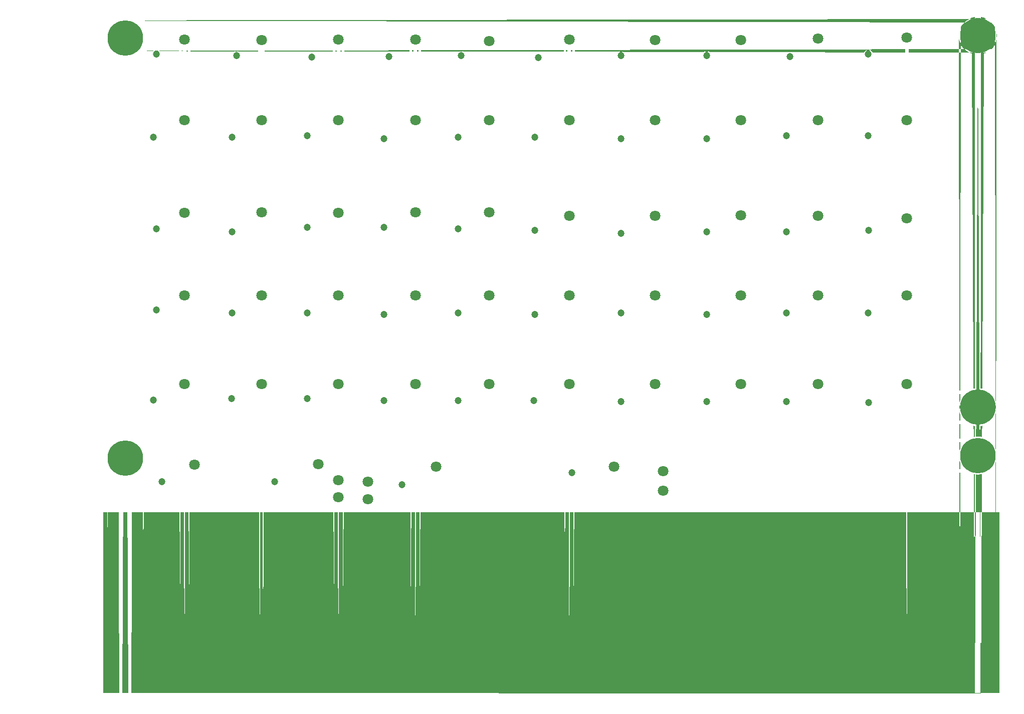
<source format=gbr>
%FSTAX25Y25*%
%MOMM*%
%SFA1B1*%

%IPPOS*%
%ADD15C,1.799996*%
%ADD16C,5.999988*%
%ADD17C,1.199998*%
%LNldo_test_copper_signal_bot-1*%
%LPD*%
G36*
X18269412Y4330585D02*
X3130585D01*
Y1271941*
X17852796*
X17853296Y1270671*
X17849783Y12706436*
X17800807Y12694678*
X17754272Y12675402*
X17711326Y12649085*
X17673025Y12616373*
X17640312Y12578072*
X17613993Y12535123*
X17594719Y1248859*
X17582959Y12439611*
X17579009Y12389398*
X17582959Y12339185*
X17594719Y12290206*
X17613993Y12243673*
X17640312Y12200724*
X17673025Y12162424*
X17711326Y12129711*
X17754272Y12103394*
X17800807Y12084118*
X17849783Y1207236*
X17899999Y12068408*
X17950213Y1207236*
X17999189Y12084118*
X18045724Y12103394*
X1808867Y12129711*
X18126971Y12162424*
X18159684Y12200724*
X18186003Y12243673*
X18205279Y12290206*
X18217034Y12339185*
X18220987Y12389398*
X18217034Y12439611*
X18205279Y1248859*
X18186003Y12535123*
X18159684Y12578072*
X18126971Y12616373*
X1808867Y12649085*
X18045724Y12675402*
X17999189Y12694678*
X17950213Y12706436*
X17946702Y1270671*
X179472Y1271941*
X18269412*
Y4330585*
G37*
%LNldo_test_copper_signal_bot-2*%
%LPC*%
G36*
X16699999Y12466447D02*
X16671282Y12462667D01*
X16644523Y12451582*
X16621546Y12433952*
X16603913Y12410973*
X16592829Y12384214*
X16589049Y12355499*
X16592829Y12326782*
X16603913Y12300023*
X16621546Y12277046*
X16644523Y12259414*
X16671282Y12248329*
X16699999Y1224455*
X16728714Y12248329*
X1675547Y12259414*
X16778452Y12277046*
X16796082Y12300023*
X16807167Y12326782*
X16810949Y12355499*
X16807167Y12384214*
X16796082Y12410973*
X16778452Y12433952*
X1675547Y12451582*
X16728714Y12462667*
X16699999Y12466447*
G37*
G36*
X15199997Y12450348D02*
X15171282Y12446566D01*
X15144523Y12435481*
X15121544Y12417851*
X15103914Y12394872*
X15092829Y12368113*
X15089047Y12339398*
X15092829Y12310681*
X15103914Y12283922*
X15121544Y12260945*
X15144523Y12243313*
X15171282Y12232228*
X15199997Y12228449*
X15228714Y12232228*
X15255471Y12243313*
X1527845Y12260945*
X15296083Y12283922*
X15307167Y12310681*
X15310949Y12339398*
X15307167Y12368113*
X15296083Y12394872*
X1527845Y12417851*
X15255471Y12435481*
X15228714Y12446566*
X15199997Y12450348*
G37*
G36*
X10999998Y12433447D02*
X10971283Y12429667D01*
X10944524Y12418583*
X10921545Y1240095*
X10903912Y12377973*
X1089283Y12351214*
X10889048Y12322497*
X1089283Y12293782*
X10903912Y12267023*
X10921545Y12244044*
X10944524Y12226414*
X10971283Y12215329*
X10999998Y1221155*
X11028715Y12215329*
X11055471Y12226414*
X11078451Y12244044*
X11096083Y12267023*
X11107166Y12293782*
X11110948Y12322497*
X11107166Y12351214*
X11096083Y12377973*
X11078451Y1240095*
X11055471Y12418583*
X11028715Y12429667*
X10999998Y12433447*
G37*
G36*
X8399998D02*
X8371283Y12429667D01*
X8344524Y12418583*
X8321545Y1240095*
X8303912Y12377973*
X829283Y12351214*
X8289048Y12322497*
X829283Y12293782*
X8303912Y12267023*
X8321545Y12244044*
X8344524Y12226414*
X8371283Y12215329*
X8399998Y1221155*
X8428713Y12215329*
X8455472Y12226414*
X8478451Y12244044*
X8496081Y12267023*
X8507166Y12293782*
X8510948Y12322497*
X8507166Y12351214*
X8496081Y12377973*
X8478451Y1240095*
X8455472Y12418583*
X8428713Y12429667*
X8399998Y12433447*
G37*
G36*
X7099998D02*
X7071283Y12429667D01*
X7044524Y12418583*
X7021545Y1240095*
X7003912Y12377973*
X699283Y12351214*
X6989048Y12322497*
X699283Y12293782*
X7003912Y12267023*
X7021545Y12244044*
X7044524Y12226414*
X7071283Y12215329*
X7099998Y1221155*
X7128713Y12215329*
X7155472Y12226414*
X7178451Y12244044*
X7196081Y12267023*
X7207166Y12293782*
X7210948Y12322497*
X7207166Y12351214*
X7196081Y12377973*
X7178451Y1240095*
X7155472Y12418583*
X7128713Y12429667*
X7099998Y12433447*
G37*
G36*
X4499998D02*
X4471283Y12429667D01*
X4444525Y12418583*
X4421545Y1240095*
X4403912Y12377973*
X439283Y12351214*
X4389048Y12322497*
X439283Y12293782*
X4403912Y12267023*
X4421545Y12244044*
X4444525Y12226414*
X4471283Y12215329*
X4499998Y1221155*
X4528715Y12215329*
X4555472Y12226414*
X4578451Y12244044*
X4596084Y12267023*
X4607166Y12293782*
X4610948Y12322497*
X4607166Y12351214*
X4596084Y12377973*
X4578451Y1240095*
X4555472Y12418583*
X4528715Y12429667*
X4499998Y12433447*
G37*
G36*
X5799998Y12430947D02*
X5771283Y12427165D01*
X5744524Y12416083*
X5721545Y12398451*
X5703912Y12375471*
X569283Y12348712*
X5689048Y12319998*
X569283Y12291283*
X5703912Y12264524*
X5721545Y12241545*
X5744524Y12223912*
X5771283Y1221283*
X5799998Y12209048*
X5828715Y1221283*
X5855474Y12223912*
X5878451Y12241545*
X5896084Y12264524*
X5907168Y12291283*
X5910948Y12319998*
X5907168Y12348712*
X5896084Y12375471*
X5878451Y12398451*
X5855474Y12416083*
X5828715Y12427165*
X5799998Y12430947*
G37*
G36*
X12449997Y12428448D02*
X12421283Y12424666D01*
X12394524Y12413581*
X12371544Y12395951*
X12353914Y12372972*
X1234283Y12346213*
X1233905Y12317498*
X1234283Y12288781*
X12353914Y12262022*
X12371544Y12239045*
X12394524Y12221413*
X12421283Y12210328*
X12449997Y12206549*
X12478715Y12210328*
X12505471Y12221413*
X1252845Y12239045*
X12546083Y12262022*
X12557165Y12288781*
X12560947Y12317498*
X12557165Y12346213*
X12546083Y12372972*
X1252845Y12395951*
X12505471Y12413581*
X12478715Y12424666*
X12449997Y12428448*
G37*
G36*
X13899997Y12427846D02*
X13871282Y12424067D01*
X13844526Y12412982*
X13821544Y12395349*
X13803914Y12372373*
X13792829Y12345614*
X13789047Y12316899*
X13792829Y12288182*
X13803914Y12261423*
X13821544Y12238446*
X13844526Y12220813*
X13871282Y12209729*
X13899997Y12205949*
X13928714Y12209729*
X13955471Y12220813*
X1397845Y12238446*
X13996083Y12261423*
X14007167Y12288182*
X14010949Y12316899*
X14007167Y12345614*
X13996083Y12372373*
X1397845Y12395349*
X13955471Y12412982*
X13928714Y12424067*
X13899997Y12427846*
G37*
G36*
X9649998Y12405946D02*
X9621283Y12402167D01*
X9594524Y12391082*
X9571545Y12373452*
X9553912Y12350473*
X954283Y12323714*
X9539048Y12294999*
X954283Y12266282*
X9553912Y12239523*
X9571545Y12216546*
X9594524Y12198913*
X9621283Y12187829*
X9649998Y12184049*
X9678715Y12187829*
X9705472Y12198913*
X9728451Y12216546*
X9746084Y12239523*
X9757166Y12266282*
X9760948Y12294999*
X9757166Y12323714*
X9746084Y12350473*
X9728451Y12373452*
X9705472Y12391082*
X9678715Y12402167*
X9649998Y12405946*
G37*
G36*
X16074999Y12151235D02*
Y12099998D01*
X16126233*
X16119878Y12115342*
X16107054Y12132056*
X16090343Y12144877*
X16074999Y12151235*
G37*
G36*
X16024999D02*
X16009655Y12144877D01*
X15992942Y12132056*
X15980117Y12115342*
X15973762Y12099998*
X16024999*
Y12151235*
G37*
G36*
X4049999D02*
Y12099998D01*
X4101233*
X4094878Y12115342*
X4082054Y12132056*
X4065343Y12144877*
X4049999Y12151235*
G37*
G36*
X3999999D02*
X3984652Y12144877D01*
X3967942Y12132056*
X3955117Y12115342*
X3948762Y12099998*
X3999999*
Y12151235*
G37*
G36*
X13344999Y12126234D02*
Y12074999D01*
X13396234*
X13389879Y12090344*
X13377054Y12107054*
X13360344Y12119879*
X13344999Y12126234*
G37*
G36*
X13294997D02*
X13279653Y12119879D01*
X13262942Y12107054*
X1325012Y12090344*
X13243763Y12074999*
X13294997*
Y12126234*
G37*
G36*
X11894997D02*
Y12074999D01*
X11946234*
X11939879Y12090344*
X11927055Y12107054*
X11910344Y12119879*
X11894997Y12126234*
G37*
G36*
X11844997D02*
X11829653Y12119879D01*
X1181294Y12107054*
X11800118Y12090344*
X11793763Y12074999*
X11844997*
Y12126234*
G37*
G36*
X9199999D02*
Y12074999D01*
X9251233*
X9244878Y12090344*
X9232054Y12107054*
X9215343Y12119879*
X9199999Y12126234*
G37*
G36*
X9149999D02*
X9134652Y12119879D01*
X9117942Y12107054*
X9105117Y12090344*
X9098762Y12074999*
X9149999*
Y12126234*
G37*
G36*
X5399999D02*
Y12074999D01*
X5451233*
X5444878Y12090344*
X5432054Y12107054*
X5415343Y12119879*
X5399999Y12126234*
G37*
G36*
X5349999D02*
X5334652Y12119879D01*
X5317942Y12107054*
X5305117Y12090344*
X5298762Y12074999*
X5349999*
Y12126234*
G37*
G36*
X14749998Y12113983D02*
Y12062749D01*
X14801235*
X14794877Y12078093*
X14782055Y12094804*
X14765342Y12107628*
X14749998Y12113983*
G37*
G36*
X14699998D02*
X14684654Y12107628D01*
X14667941Y12094804*
X14655116Y12078093*
X14648761Y12062749*
X14699998*
Y12113983*
G37*
G36*
X7979999D02*
Y12062749D01*
X8031233*
X8024878Y12078093*
X8012054Y12094804*
X7995343Y12107628*
X7979999Y12113983*
G37*
G36*
X7929999D02*
X7914652Y12107628D01*
X7897942Y12094804*
X7885117Y12078093*
X7878762Y12062749*
X7929999*
Y12113983*
G37*
G36*
X6674998Y12101235D02*
Y12049998D01*
X6726234*
X6719879Y12065342*
X6707055Y12082056*
X6690344Y12094878*
X6674998Y12101235*
G37*
G36*
X6624998D02*
X6609654Y12094878D01*
X659294Y12082056*
X6580118Y12065342*
X6573763Y12049998*
X6624998*
Y12101235*
G37*
G36*
X10499999Y12092485D02*
Y12041248D01*
X10551233*
X10544878Y12056592*
X10532054Y12073305*
X10515343Y12086127*
X10499999Y12092485*
G37*
G36*
X10449999D02*
X10434652Y12086127D01*
X10417942Y12073305*
X10405117Y12056592*
X10398762Y12041248*
X10449999*
Y12092485*
G37*
G36*
X3499998Y12670988D02*
X3449784Y12667035D01*
X3400808Y12655278*
X3354273Y12636002*
X3311326Y12609685*
X3273023Y12576972*
X3240313Y12538671*
X3213994Y12495725*
X319472Y1244919*
X3182962Y12400213*
X317901Y12349998*
X3182962Y12299784*
X319472Y12250808*
X3213994Y12204273*
X3240313Y12161326*
X3273023Y12123023*
X3311326Y12090313*
X3354273Y12063994*
X3400808Y1204472*
X3449784Y1203296*
X3499998Y12029008*
X3550213Y1203296*
X359919Y1204472*
X3645725Y12063994*
X3688671Y12090313*
X3726972Y12123023*
X3759685Y12161326*
X3786002Y12204273*
X3805278Y12250808*
X3817035Y12299784*
X3820988Y12349998*
X3817035Y12400213*
X3805278Y1244919*
X3786002Y12495725*
X3759685Y12538671*
X3726972Y12576972*
X3688671Y12609685*
X3645725Y12636002*
X359919Y12655278*
X3550213Y12667035*
X3499998Y12670988*
G37*
G36*
X16126233Y12049998D02*
X16074999D01*
Y11998761*
X16090343Y12005119*
X16107054Y12017943*
X16119878Y12034654*
X16126233Y12049998*
G37*
G36*
X16024999D02*
X15973762D01*
X15980117Y12034654*
X15992942Y12017943*
X16009655Y12005119*
X16024999Y11998761*
Y12049998*
G37*
G36*
X4101233D02*
X4049999D01*
Y11998761*
X4065343Y12005119*
X4082054Y12017943*
X4094878Y12034654*
X4101233Y12049998*
G37*
G36*
X3999999D02*
X3948762D01*
X3955117Y12034654*
X3967942Y12017943*
X3984652Y12005119*
X3999999Y11998761*
Y12049998*
G37*
G36*
X13396234Y12024997D02*
X13344999D01*
Y11973763*
X13360344Y11980118*
X13377054Y11992942*
X13389879Y12009653*
X13396234Y12024997*
G37*
G36*
X13294997D02*
X13243763D01*
X1325012Y12009653*
X13262942Y11992942*
X13279653Y11980118*
X13294997Y11973763*
Y12024997*
G37*
G36*
X11946234D02*
X11894997D01*
Y11973763*
X11910344Y11980118*
X11927055Y11992942*
X11939879Y12009653*
X11946234Y12024997*
G37*
G36*
X11844997D02*
X11793763D01*
X11800118Y12009653*
X1181294Y11992942*
X11829653Y11980118*
X11844997Y11973763*
Y12024997*
G37*
G36*
X9251233D02*
X9199999D01*
Y11973763*
X9215343Y11980118*
X9232054Y11992942*
X9244878Y12009653*
X9251233Y12024997*
G37*
G36*
X9149999D02*
X9098762D01*
X9105117Y12009653*
X9117942Y11992942*
X9134652Y11980118*
X9149999Y11973763*
Y12024997*
G37*
G36*
X5451233D02*
X5399999D01*
Y11973763*
X5415343Y11980118*
X5432054Y11992942*
X5444878Y12009653*
X5451233Y12024997*
G37*
G36*
X5349999D02*
X5298762D01*
X5305117Y12009653*
X5317942Y11992942*
X5334652Y11980118*
X5349999Y11973763*
Y12024997*
G37*
G36*
X14801235Y12012749D02*
X14749998D01*
Y11961512*
X14765342Y11967867*
X14782055Y11980692*
X14794877Y11997402*
X14801235Y12012749*
G37*
G36*
X14699998D02*
X14648761D01*
X14655116Y11997402*
X14667941Y11980692*
X14684654Y11967867*
X14699998Y11961512*
Y12012749*
G37*
G36*
X8031233D02*
X7979999D01*
Y11961512*
X7995343Y11967867*
X8012054Y11980692*
X8024878Y11997402*
X8031233Y12012749*
G37*
G36*
X7929999D02*
X7878762D01*
X7885117Y11997402*
X7897942Y11980692*
X7914652Y11967867*
X7929999Y11961512*
Y12012749*
G37*
G36*
X6726234Y11999998D02*
X6674998D01*
Y11948761*
X6690344Y11955119*
X6707055Y11967941*
X6719879Y11984654*
X6726234Y11999998*
G37*
G36*
X6624998D02*
X6573763D01*
X6580118Y11984654*
X659294Y11967941*
X6609654Y11955119*
X6624998Y11948761*
Y11999998*
G37*
G36*
X10551233Y11991248D02*
X10499999D01*
Y11940011*
X10515343Y11946369*
X10532054Y11959191*
X10544878Y11975904*
X10551233Y11991248*
G37*
G36*
X10449999D02*
X10398762D01*
X10405117Y11975904*
X10417942Y11959191*
X10434652Y11946369*
X10449999Y11940011*
Y11991248*
G37*
G36*
X16699999Y11068448D02*
X16671282Y11064666D01*
X16644526Y11053582*
X16621546Y11035952*
X16603913Y11012972*
X16592829Y10986213*
X16589049Y10957499*
X16592829Y10928781*
X16603913Y10902022*
X16621546Y10879046*
X16644526Y10861413*
X16671282Y10850328*
X16699999Y10846549*
X16728714Y10850328*
X1675547Y10861413*
X16778452Y10879046*
X16796082Y10902022*
X16807167Y10928781*
X16810949Y10957499*
X16807167Y10986213*
X16796082Y11012972*
X16778452Y11035952*
X1675547Y11053582*
X16728714Y11064666*
X16699999Y11068448*
G37*
G36*
X15199997D02*
X15171282Y11064666D01*
X15144523Y11053582*
X15121544Y11035952*
X15103914Y11012972*
X15092829Y10986213*
X15089047Y10957499*
X15092829Y10928781*
X15103914Y10902022*
X15121544Y10879046*
X15144523Y10861413*
X15171282Y10850328*
X15199997Y10846549*
X15228714Y10850328*
X15255471Y10861413*
X1527845Y10879046*
X15296083Y10902022*
X15307167Y10928781*
X15310949Y10957499*
X15307167Y10986213*
X15296083Y11012972*
X1527845Y11035952*
X15255471Y11053582*
X15228714Y11064666*
X15199997Y11068448*
G37*
G36*
X13899997D02*
X13871282Y11064666D01*
X13844526Y11053582*
X13821544Y11035952*
X13803914Y11012972*
X13792829Y10986213*
X13789047Y10957499*
X13792829Y10928781*
X13803914Y10902022*
X13821544Y10879046*
X13844526Y10861413*
X13871282Y10850328*
X13899997Y10846549*
X13928714Y10850328*
X13955471Y10861413*
X1397845Y10879046*
X13996083Y10902022*
X14007167Y10928781*
X14010949Y10957499*
X14007167Y10986213*
X13996083Y11012972*
X1397845Y11035952*
X13955471Y11053582*
X13928714Y11064666*
X13899997Y11068448*
G37*
G36*
X12449997D02*
X12421283Y11064666D01*
X12394524Y11053582*
X12371544Y11035952*
X12353914Y11012972*
X1234283Y10986213*
X1233905Y10957499*
X1234283Y10928781*
X12353914Y10902022*
X12371544Y10879046*
X12394524Y10861413*
X12421283Y10850328*
X12449997Y10846549*
X12478715Y10850328*
X12505471Y10861413*
X1252845Y10879046*
X12546083Y10902022*
X12557165Y10928781*
X12560947Y10957499*
X12557165Y10986213*
X12546083Y11012972*
X1252845Y11035952*
X12505471Y11053582*
X12478715Y11064666*
X12449997Y11068448*
G37*
G36*
X10999998D02*
X10971283Y11064666D01*
X10944524Y11053582*
X10921545Y11035952*
X10903912Y11012972*
X1089283Y10986213*
X10889048Y10957499*
X1089283Y10928781*
X10903912Y10902022*
X10921545Y10879046*
X10944524Y10861413*
X10971283Y10850328*
X10999998Y10846549*
X11028715Y10850328*
X11055471Y10861413*
X11078451Y10879046*
X11096083Y10902022*
X11107166Y10928781*
X11110948Y10957499*
X11107166Y10986213*
X11096083Y11012972*
X11078451Y11035952*
X11055471Y11053582*
X11028715Y11064666*
X10999998Y11068448*
G37*
G36*
X9649998D02*
X9621283Y11064666D01*
X9594524Y11053582*
X9571545Y11035952*
X9553912Y11012972*
X954283Y10986213*
X9539048Y10957499*
X954283Y10928781*
X9553912Y10902022*
X9571545Y10879046*
X9594524Y10861413*
X9621283Y10850328*
X9649998Y10846549*
X9678715Y10850328*
X9705472Y10861413*
X9728451Y10879046*
X9746084Y10902022*
X9757166Y10928781*
X9760948Y10957499*
X9757166Y10986213*
X9746084Y11012972*
X9728451Y11035952*
X9705472Y11053582*
X9678715Y11064666*
X9649998Y11068448*
G37*
G36*
X8399998D02*
X8371283Y11064666D01*
X8344524Y11053582*
X8321545Y11035952*
X8303912Y11012972*
X829283Y10986213*
X8289048Y10957499*
X829283Y10928781*
X8303912Y10902022*
X8321545Y10879046*
X8344524Y10861413*
X8371283Y10850328*
X8399998Y10846549*
X8428713Y10850328*
X8455472Y10861413*
X8478451Y10879046*
X8496081Y10902022*
X8507166Y10928781*
X8510948Y10957499*
X8507166Y10986213*
X8496081Y11012972*
X8478451Y11035952*
X8455472Y11053582*
X8428713Y11064666*
X8399998Y11068448*
G37*
G36*
X7099998D02*
X7071283Y11064666D01*
X7044524Y11053582*
X7021545Y11035952*
X7003912Y11012972*
X699283Y10986213*
X6989048Y10957499*
X699283Y10928781*
X7003912Y10902022*
X7021545Y10879046*
X7044524Y10861413*
X7071283Y10850328*
X7099998Y10846549*
X7128713Y10850328*
X7155472Y10861413*
X7178451Y10879046*
X7196081Y10902022*
X7207166Y10928781*
X7210948Y10957499*
X7207166Y10986213*
X7196081Y11012972*
X7178451Y11035952*
X7155472Y11053582*
X7128713Y11064666*
X7099998Y11068448*
G37*
G36*
X5799998D02*
X5771283Y11064666D01*
X5744524Y11053582*
X5721545Y11035952*
X5703912Y11012972*
X569283Y10986213*
X5689048Y10957499*
X569283Y10928781*
X5703912Y10902022*
X5721545Y10879046*
X5744524Y10861413*
X5771283Y10850328*
X5799998Y10846549*
X5828715Y10850328*
X5855472Y10861413*
X5878451Y10879046*
X5896084Y10902022*
X5907168Y10928781*
X5910948Y10957499*
X5907168Y10986213*
X5896084Y11012972*
X5878451Y11035952*
X5855472Y11053582*
X5828715Y11064666*
X5799998Y11068448*
G37*
G36*
X4499998D02*
X4471283Y11064666D01*
X4444525Y11053582*
X4421545Y11035952*
X4403912Y11012972*
X439283Y10986213*
X4389048Y10957499*
X439283Y10928781*
X4403912Y10902022*
X4421545Y10879046*
X4444525Y10861413*
X4471283Y10850328*
X4499998Y10846549*
X4528715Y10850328*
X4555472Y10861413*
X4578451Y10879046*
X4596084Y10902022*
X4607166Y10928781*
X4610948Y10957499*
X4607166Y10986213*
X4596084Y11012972*
X4578451Y11035952*
X4555472Y11053582*
X4528715Y11064666*
X4499998Y11068448*
G37*
G36*
X16074999Y10776234D02*
Y10724997D01*
X16126233*
X16119878Y10740344*
X16107054Y10757054*
X16090343Y10769879*
X16074999Y10776234*
G37*
G36*
X16024999D02*
X16009655Y10769879D01*
X15992942Y10757054*
X15980117Y10740344*
X15973762Y10724997*
X16024999*
Y10776234*
G37*
G36*
X14694999D02*
Y10724997D01*
X14746234*
X14739879Y10740344*
X14727054Y10757054*
X14710343Y10769879*
X14694999Y10776234*
G37*
G36*
X14644999D02*
X14629653Y10769879D01*
X14612942Y10757054*
X1460012Y10740344*
X14593763Y10724997*
X14644999*
Y10776234*
G37*
G36*
X6594998D02*
Y10724997D01*
X6646235*
X6639877Y10740344*
X6627055Y10757054*
X6610344Y10769879*
X6594998Y10776234*
G37*
G36*
X6544998D02*
X6529654Y10769879D01*
X6512941Y10757054*
X6500119Y10740344*
X6493764Y10724997*
X6544998*
Y10776234*
G37*
G36*
X10444998Y10751235D02*
Y10699998D01*
X10496235*
X10489877Y10715343*
X10477055Y10732056*
X10460344Y10744878*
X10444998Y10751235*
G37*
G36*
X10394998D02*
X10379654Y10744878D01*
X1036294Y10732056*
X10350119Y10715343*
X10343763Y10699998*
X10394998*
Y10751235*
G37*
G36*
X9144998D02*
Y10699998D01*
X9196235*
X9189877Y10715343*
X9177055Y10732056*
X9160344Y10744878*
X9144998Y10751235*
G37*
G36*
X9094998D02*
X9079654Y10744878D01*
X9062943Y10732056*
X9050119Y10715343*
X9043763Y10699998*
X9094998*
Y10751235*
G37*
G36*
X5324998D02*
Y10699998D01*
X5376235*
X5369877Y10715343*
X5357055Y10732056*
X5340344Y10744878*
X5324998Y10751235*
G37*
G36*
X5274998D02*
X5259654Y10744878D01*
X5242943Y10732056*
X5230119Y10715343*
X5223764Y10699998*
X5274998*
Y10751235*
G37*
G36*
X3994998D02*
Y10699998D01*
X4046235*
X4039877Y10715343*
X4027055Y10732056*
X4010342Y10744878*
X3994998Y10751235*
G37*
G36*
X3944998D02*
X3929654Y10744878D01*
X3912941Y10732056*
X3900119Y10715343*
X3893761Y10699998*
X3944998*
Y10751235*
G37*
G36*
X13344999Y10726234D02*
Y10674997D01*
X13396234*
X13389879Y10690344*
X13377054Y10707055*
X13360344Y10719879*
X13344999Y10726234*
G37*
G36*
X13294997D02*
X13279653Y10719879D01*
X13262942Y10707055*
X1325012Y10690344*
X13243763Y10674997*
X13294997*
Y10726234*
G37*
G36*
X11894997D02*
Y10674997D01*
X11946234*
X11939879Y10690344*
X11927055Y10707055*
X11910344Y10719879*
X11894997Y10726234*
G37*
G36*
X11844997D02*
X11829653Y10719879D01*
X1181294Y10707055*
X11800118Y10690344*
X11793763Y10674997*
X11844997*
Y10726234*
G37*
G36*
X7894998D02*
Y10674997D01*
X7946235*
X7939877Y10690344*
X7927055Y10707055*
X7910344Y10719879*
X7894998Y10726234*
G37*
G36*
X7844998D02*
X7829654Y10719879D01*
X781294Y10707055*
X7800119Y10690344*
X7793763Y10674997*
X7844998*
Y10726234*
G37*
G36*
X16126233Y10674997D02*
X16074999D01*
Y10623763*
X16090343Y10630118*
X16107054Y10642942*
X16119878Y10659653*
X16126233Y10674997*
G37*
G36*
X16024999D02*
X15973762D01*
X15980117Y10659653*
X15992942Y10642942*
X16009655Y10630118*
X16024999Y10623763*
Y10674997*
G37*
G36*
X6646235D02*
X6594998D01*
Y10623763*
X6610344Y10630118*
X6627055Y10642942*
X6639877Y10659653*
X6646235Y10674997*
G37*
G36*
X6544998D02*
X6493764D01*
X6500119Y10659653*
X6512941Y10642942*
X6529654Y10630118*
X6544998Y10623763*
Y10674997*
G37*
G36*
X14746234D02*
X14694999D01*
Y10623763*
X14710343Y10630118*
X14727054Y10642942*
X14739879Y10659653*
X14746234Y10674997*
G37*
G36*
X14644999D02*
X14593763D01*
X1460012Y10659653*
X14612942Y10642942*
X14629653Y10630118*
X14644999Y10623763*
Y10674997*
G37*
G36*
X10496235Y10649999D02*
X10444998D01*
Y10598762*
X10460344Y10605119*
X10477055Y10617941*
X10489877Y10634654*
X10496235Y10649999*
G37*
G36*
X10394998D02*
X10343763D01*
X10350119Y10634654*
X1036294Y10617941*
X10379654Y10605119*
X10394998Y10598762*
Y10649999*
G37*
G36*
X9196235D02*
X9144998D01*
Y10598762*
X9160344Y10605119*
X9177055Y10617941*
X9189877Y10634654*
X9196235Y10649999*
G37*
G36*
X9094998D02*
X9043763D01*
X9050119Y10634654*
X9062943Y10617941*
X9079654Y10605119*
X9094998Y10598762*
Y10649999*
G37*
G36*
X5376235D02*
X5324998D01*
Y10598762*
X5340344Y10605119*
X5357055Y10617941*
X5369877Y10634654*
X5376235Y10649999*
G37*
G36*
X5274998D02*
X5223764D01*
X5230119Y10634654*
X5242943Y10617941*
X5259654Y10605119*
X5274998Y10598762*
Y10649999*
G37*
G36*
X4046235D02*
X3994998D01*
Y10598762*
X4010342Y10605119*
X4027055Y10617941*
X4039877Y10634654*
X4046235Y10649999*
G37*
G36*
X3944998D02*
X3893761D01*
X3900119Y10634654*
X3912941Y10617941*
X3929654Y10605119*
X3944998Y10598762*
Y10649999*
G37*
G36*
X13396234Y10624997D02*
X13344999D01*
Y10573763*
X13360344Y10580118*
X13377054Y10592943*
X13389879Y10609653*
X13396234Y10624997*
G37*
G36*
X13294997D02*
X13243763D01*
X1325012Y10609653*
X13262942Y10592943*
X13279653Y10580118*
X13294997Y10573763*
Y10624997*
G37*
G36*
X11946234D02*
X11894997D01*
Y10573763*
X11910344Y10580118*
X11927055Y10592943*
X11939879Y10609653*
X11946234Y10624997*
G37*
G36*
X11844997D02*
X11793763D01*
X11800118Y10609653*
X1181294Y10592943*
X11829653Y10580118*
X11844997Y10573763*
Y10624997*
G37*
G36*
X7946235D02*
X7894998D01*
Y10573763*
X7910344Y10580118*
X7927055Y10592943*
X7939877Y10609653*
X7946235Y10624997*
G37*
G36*
X7844998D02*
X7793763D01*
X7800119Y10609653*
X781294Y10592943*
X7829654Y10580118*
X7844998Y10573763*
Y10624997*
G37*
G36*
X9649998Y9518446D02*
X9621283Y9514667D01*
X9594524Y9503582*
X9571545Y9485952*
X9553912Y9462973*
X954283Y9436214*
X9539048Y9407499*
X954283Y9378782*
X9553912Y9352023*
X9571545Y9329046*
X9594524Y9311413*
X9621283Y9300331*
X9649998Y9296549*
X9678715Y9300331*
X9705474Y9311413*
X9728451Y9329046*
X9746084Y9352023*
X9757166Y9378782*
X9760948Y9407499*
X9757166Y9436214*
X9746084Y9462973*
X9728451Y9485952*
X9705474Y9503582*
X9678715Y9514667*
X9649998Y9518446*
G37*
G36*
X8399998D02*
X8371283Y9514667D01*
X8344524Y9503582*
X8321545Y9485952*
X8303912Y9462973*
X829283Y9436214*
X8289048Y9407499*
X829283Y9378782*
X8303912Y9352026*
X8321545Y9329046*
X8344524Y9311413*
X8371283Y9300331*
X8399998Y9296549*
X8428713Y9300331*
X8455472Y9311413*
X8478451Y9329046*
X8496081Y9352026*
X8507166Y9378782*
X8510948Y9407499*
X8507166Y9436214*
X8496081Y9462973*
X8478451Y9485952*
X8455472Y9503582*
X8428713Y9514667*
X8399998Y9518446*
G37*
G36*
X5799998D02*
X5771283Y9514667D01*
X5744524Y9503582*
X5721545Y9485952*
X5703912Y9462973*
X569283Y9436214*
X5689048Y9407499*
X569283Y9378782*
X5703912Y9352023*
X5721545Y9329046*
X5744524Y9311413*
X5771283Y9300331*
X5799998Y9296549*
X5828715Y9300331*
X5855474Y9311413*
X5878451Y9329046*
X5896084Y9352023*
X5907168Y9378782*
X5910948Y9407499*
X5907168Y9436214*
X5896084Y9462973*
X5878451Y9485952*
X5855474Y9503582*
X5828715Y9514667*
X5799998Y9518446*
G37*
G36*
X4499998Y9505947D02*
X4471283Y9502167D01*
X4444522Y9491083*
X4421545Y947345*
X4403912Y9450473*
X439283Y9423714*
X4389048Y9394997*
X439283Y9366283*
X4403912Y9339524*
X4421545Y9316544*
X4444522Y9298914*
X4471283Y928783*
X4499998Y928405*
X4528715Y928783*
X4555474Y9298914*
X4578451Y9316544*
X4596084Y9339524*
X4607166Y9366283*
X4610948Y9394997*
X4607166Y9423714*
X4596084Y9450473*
X4578451Y947345*
X4555474Y9491083*
X4528715Y9502167*
X4499998Y9505947*
G37*
G36*
X7099998Y9504146D02*
X7071283Y9500367D01*
X7044524Y9489282*
X7021545Y9471652*
X7003912Y9448673*
X699283Y9421914*
X6989048Y9393199*
X699283Y9364482*
X7003912Y9337725*
X7021545Y9314746*
X7044524Y9297113*
X7071283Y9286029*
X7099998Y9282249*
X7128713Y9286029*
X7155472Y9297113*
X7178451Y9314746*
X7196081Y9337725*
X7207166Y9364482*
X7210948Y9393199*
X7207166Y9421914*
X7196081Y9448673*
X7178451Y9471652*
X7155472Y9489282*
X7128713Y9500367*
X7099998Y9504146*
G37*
G36*
X13899997Y9460948D02*
X13871282Y9457166D01*
X13844524Y9446084*
X13821544Y9428452*
X13803914Y9405472*
X13792829Y9378713*
X13789047Y9349999*
X13792829Y9321281*
X13803914Y9294525*
X13821544Y9271546*
X13844524Y9253913*
X13871282Y9242831*
X13899997Y9239049*
X13928714Y9242831*
X13955473Y9253913*
X1397845Y9271546*
X13996083Y9294525*
X14007167Y9321281*
X14010949Y9349999*
X14007167Y9378713*
X13996083Y9405472*
X1397845Y9428452*
X13955473Y9446084*
X13928714Y9457166*
X13899997Y9460948*
G37*
G36*
X15199997Y9455947D02*
X15171282Y9452165D01*
X15144523Y9441083*
X15121544Y942345*
X15103914Y9400473*
X15092829Y9373715*
X15089047Y9344997*
X15092829Y9316283*
X15103914Y9289524*
X15121544Y9266544*
X15144523Y9248914*
X15171282Y923783*
X15199997Y923405*
X15228714Y923783*
X15255471Y9248914*
X1527845Y9266544*
X15296083Y9289524*
X15307167Y9316283*
X15310949Y9344997*
X15307167Y9373715*
X15296083Y9400473*
X1527845Y942345*
X15255471Y9441083*
X15228714Y9452165*
X15199997Y9455947*
G37*
G36*
X12449997D02*
X12421283Y9452165D01*
X12394524Y9441083*
X12371544Y942345*
X12353914Y9400473*
X1234283Y9373715*
X1233905Y9344997*
X1234283Y9316283*
X12353914Y9289524*
X12371544Y9266544*
X12394524Y9248914*
X12421283Y923783*
X12449997Y923405*
X12478715Y923783*
X12505474Y9248914*
X1252845Y9266544*
X12546083Y9289524*
X12557165Y9316283*
X12560947Y9344997*
X12557165Y9373715*
X12546083Y9400473*
X1252845Y942345*
X12505474Y9441083*
X12478715Y9452165*
X12449997Y9455947*
G37*
G36*
X10999998D02*
X10971283Y9452165D01*
X10944524Y9441083*
X10921545Y942345*
X10903912Y9400473*
X1089283Y9373715*
X10889048Y9344997*
X1089283Y9316283*
X10903912Y9289524*
X10921545Y9266544*
X10944524Y9248914*
X10971283Y923783*
X10999998Y923405*
X11028715Y923783*
X11055471Y9248914*
X11078451Y9266544*
X11096083Y9289524*
X11107166Y9316283*
X11110948Y9344997*
X11107166Y9373715*
X11096083Y9400473*
X11078451Y942345*
X11055471Y9441083*
X11028715Y9452165*
X10999998Y9455947*
G37*
G36*
X16699999Y9410948D02*
X16671282Y9407166D01*
X16644526Y9396084*
X16621546Y9378452*
X16603913Y9355472*
X16592829Y9328713*
X16589049Y9299999*
X16592829Y9271281*
X16603913Y9244525*
X16621546Y9221546*
X16644526Y9203913*
X16671282Y9192828*
X16699999Y9189049*
X16728714Y9192828*
X1675547Y9203913*
X16778452Y9221546*
X16796082Y9244525*
X16807167Y9271281*
X16810949Y9299999*
X16807167Y9328713*
X16796082Y9355472*
X16778452Y9378452*
X1675547Y9396084*
X16728714Y9407166*
X16699999Y9410948*
G37*
G36*
X7894998Y9226235D02*
Y9174998D01*
X7946235*
X7939877Y9190344*
X7927055Y9207055*
X7910344Y9219879*
X7894998Y9226235*
G37*
G36*
X7844998D02*
X7829654Y9219879D01*
X781294Y9207055*
X7800119Y9190344*
X7793763Y9174998*
X7844998*
Y9226235*
G37*
G36*
X6594998D02*
Y9174998D01*
X6646235*
X6639877Y9190344*
X6627055Y9207055*
X6610344Y9219879*
X6594998Y9226235*
G37*
G36*
X6544998D02*
X6529654Y9219879D01*
X6512941Y9207055*
X6500119Y9190344*
X6493764Y9174998*
X6544998*
Y9226235*
G37*
G36*
X9144998Y9201233D02*
Y9149999D01*
X9196235*
X9189877Y9165343*
X9177055Y9182056*
X9160344Y9194878*
X9144998Y9201233*
G37*
G36*
X9094998D02*
X9079654Y9194878D01*
X9062943Y9182056*
X9050119Y9165343*
X9043763Y9149999*
X9094998*
Y9201233*
G37*
G36*
X4049999D02*
Y9149999D01*
X4101233*
X4094878Y9165343*
X4082054Y9182056*
X4065343Y9194878*
X4049999Y9201233*
G37*
G36*
X3999999D02*
X3984652Y9194878D01*
X3967942Y9182056*
X3955117Y9165343*
X3948762Y9149999*
X3999999*
Y9201233*
G37*
G36*
X16077199Y9176235D02*
Y9124998D01*
X16128433*
X16122078Y9140344*
X16109254Y9157055*
X16092543Y9169877*
X16077199Y9176235*
G37*
G36*
X16027199D02*
X16011852Y9169877D01*
X15995142Y9157055*
X15982317Y9140344*
X15975962Y9124998*
X16027199*
Y9176235*
G37*
G36*
X10444998D02*
Y9124998D01*
X10496235*
X10489877Y9140344*
X10477055Y9157055*
X10460344Y9169877*
X10444998Y9176235*
G37*
G36*
X10394998D02*
X10379654Y9169877D01*
X1036294Y9157055*
X10350119Y9140344*
X10343763Y9124998*
X10394998*
Y9176235*
G37*
G36*
X14694999Y9151233D02*
Y9099999D01*
X14746234*
X14739879Y9115343*
X14727054Y9132056*
X14710343Y9144878*
X14694999Y9151233*
G37*
G36*
X14644999D02*
X14629653Y9144878D01*
X14612942Y9132056*
X1460012Y9115343*
X14593763Y9099999*
X14644999*
Y9151233*
G37*
G36*
X13344999D02*
Y9099999D01*
X13396234*
X13389879Y9115343*
X13377054Y9132056*
X13360344Y9144878*
X13344999Y9151233*
G37*
G36*
X13294997D02*
X13279653Y9144878D01*
X13262942Y9132056*
X1325012Y9115343*
X13243763Y9099999*
X13294997*
Y9151233*
G37*
G36*
X5324998D02*
Y9099999D01*
X5376235*
X5369877Y9115343*
X5357055Y9132056*
X5340344Y9144878*
X5324998Y9151233*
G37*
G36*
X5274998D02*
X5259654Y9144878D01*
X5242943Y9132056*
X5230119Y9115343*
X5223764Y9099999*
X5274998*
Y9151233*
G37*
G36*
X11894997Y9126235D02*
Y9074998D01*
X11946234*
X11939879Y9090342*
X11927055Y9107055*
X11910344Y9119877*
X11894997Y9126235*
G37*
G36*
X11844997D02*
X11829653Y9119877D01*
X1181294Y9107055*
X11800118Y9090342*
X11793763Y9074998*
X11844997*
Y9126235*
G37*
G36*
X7946235Y9124998D02*
X7894998D01*
Y9073763*
X7910344Y9080119*
X7927055Y909294*
X7939877Y9109654*
X7946235Y9124998*
G37*
G36*
X7844998D02*
X7793763D01*
X7800119Y9109654*
X781294Y909294*
X7829654Y9080119*
X7844998Y9073763*
Y9124998*
G37*
G36*
X6646235D02*
X6594998D01*
Y9073763*
X6610344Y9080119*
X6627055Y909294*
X6639877Y9109654*
X6646235Y9124998*
G37*
G36*
X6544998D02*
X6493764D01*
X6500119Y9109654*
X6512941Y909294*
X6529654Y9080119*
X6544998Y9073763*
Y9124998*
G37*
G36*
X9196235Y9099999D02*
X9144998D01*
Y9048762*
X9160344Y9055117*
X9177055Y9067942*
X9189877Y9084652*
X9196235Y9099999*
G37*
G36*
X9094998D02*
X9043763D01*
X9050119Y9084652*
X9062943Y9067942*
X9079654Y9055117*
X9094998Y9048762*
Y9099999*
G37*
G36*
X4101233D02*
X4049999D01*
Y9048762*
X4065343Y9055117*
X4082054Y9067942*
X4094878Y9084652*
X4101233Y9099999*
G37*
G36*
X3999999D02*
X3948762D01*
X3955117Y9084652*
X3967942Y9067942*
X3984652Y9055117*
X3999999Y9048762*
Y9099999*
G37*
G36*
X16128433Y9074998D02*
X16077199D01*
Y9023761*
X16092543Y9030119*
X16109254Y9042943*
X16122078Y9059654*
X16128433Y9074998*
G37*
G36*
X16027199D02*
X15975962D01*
X15982317Y9059654*
X15995142Y9042943*
X16011852Y9030119*
X16027199Y9023761*
Y9074998*
G37*
G36*
X10496235D02*
X10444998D01*
Y9023761*
X10460344Y9030119*
X10477055Y9042943*
X10489877Y9059654*
X10496235Y9074998*
G37*
G36*
X10394998D02*
X10343763D01*
X10350119Y9059654*
X1036294Y9042943*
X10379654Y9030119*
X10394998Y9023761*
Y9074998*
G37*
G36*
X14746234Y9049999D02*
X14694999D01*
Y8998762*
X14710343Y9005117*
X14727054Y9017942*
X14739879Y9034653*
X14746234Y9049999*
G37*
G36*
X14644999D02*
X14593763D01*
X1460012Y9034653*
X14612942Y9017942*
X14629653Y9005117*
X14644999Y8998762*
Y9049999*
G37*
G36*
X13396234D02*
X13344999D01*
Y8998762*
X13360344Y9005117*
X13377054Y9017942*
X13389879Y9034653*
X13396234Y9049999*
G37*
G36*
X13294997D02*
X13243763D01*
X1325012Y9034653*
X13262942Y9017942*
X13279653Y9005117*
X13294997Y8998762*
Y9049999*
G37*
G36*
X5376235D02*
X5324998D01*
Y8998762*
X5340344Y9005117*
X5357055Y9017942*
X5369877Y9034653*
X5376235Y9049999*
G37*
G36*
X5274998D02*
X5223764D01*
X5230119Y9034653*
X5242943Y9017942*
X5259654Y9005117*
X5274998Y8998762*
Y9049999*
G37*
G36*
X11946234Y9024998D02*
X11894997D01*
Y8973761*
X11910344Y8980119*
X11927055Y8992941*
X11939879Y9009654*
X11946234Y9024998*
G37*
G36*
X11844997D02*
X11793763D01*
X11800118Y9009654*
X1181294Y8992941*
X11829653Y8980119*
X11844997Y8973761*
Y9024998*
G37*
G36*
X16699999Y8110948D02*
X16671282Y8107166D01*
X16644526Y8096084*
X16621546Y8078452*
X16603913Y8055472*
X16592829Y8028713*
X16589049Y7999999*
X16592829Y7971282*
X16603913Y7944525*
X16621546Y7921546*
X16644526Y7903913*
X16671282Y7892831*
X16699999Y7889049*
X16728714Y7892831*
X1675547Y7903913*
X16778452Y7921546*
X16796082Y7944525*
X16807167Y7971282*
X16810949Y7999999*
X16807167Y8028713*
X16796082Y8055472*
X16778452Y8078452*
X1675547Y8096084*
X16728714Y8107166*
X16699999Y8110948*
G37*
G36*
X15199997D02*
X15171282Y8107166D01*
X15144523Y8096084*
X15121544Y8078452*
X15103914Y8055472*
X15092829Y8028713*
X15089047Y7999999*
X15092829Y7971282*
X15103914Y7944525*
X15121544Y7921546*
X15144523Y7903913*
X15171282Y7892831*
X15199997Y7889049*
X15228714Y7892831*
X15255471Y7903913*
X1527845Y7921546*
X15296083Y7944525*
X15307167Y7971282*
X15310949Y7999999*
X15307167Y8028713*
X15296083Y8055472*
X1527845Y8078452*
X15255471Y8096084*
X15228714Y8107166*
X15199997Y8110948*
G37*
G36*
X13899997D02*
X13871282Y8107166D01*
X13844526Y8096084*
X13821544Y8078452*
X13803914Y8055472*
X13792829Y8028713*
X13789047Y7999999*
X13792829Y7971282*
X13803914Y7944525*
X13821544Y7921546*
X13844526Y7903913*
X13871282Y7892831*
X13899997Y7889049*
X13928714Y7892831*
X13955471Y7903913*
X1397845Y7921546*
X13996083Y7944525*
X14007167Y7971282*
X14010949Y7999999*
X14007167Y8028713*
X13996083Y8055472*
X1397845Y8078452*
X13955471Y8096084*
X13928714Y8107166*
X13899997Y8110948*
G37*
G36*
X12449997D02*
X12421283Y8107166D01*
X12394524Y8096084*
X12371544Y8078452*
X12353914Y8055472*
X1234283Y8028713*
X1233905Y7999999*
X1234283Y7971282*
X12353914Y7944523*
X12371544Y7921546*
X12394524Y7903913*
X12421283Y7892831*
X12449997Y7889049*
X12478715Y7892831*
X12505471Y7903913*
X1252845Y7921546*
X12546083Y7944523*
X12557165Y7971282*
X12560947Y7999999*
X12557165Y8028713*
X12546083Y8055472*
X1252845Y8078452*
X12505471Y8096084*
X12478715Y8107166*
X12449997Y8110948*
G37*
G36*
X10999998D02*
X10971283Y8107166D01*
X10944524Y8096084*
X10921545Y8078452*
X10903912Y8055472*
X1089283Y8028713*
X10889048Y7999999*
X1089283Y7971282*
X10903912Y7944523*
X10921545Y7921546*
X10944524Y7903913*
X10971283Y7892831*
X10999998Y7889049*
X11028715Y7892831*
X11055471Y7903913*
X11078451Y7921546*
X11096083Y7944523*
X11107166Y7971282*
X11110948Y7999999*
X11107166Y8028713*
X11096083Y8055472*
X11078451Y8078452*
X11055471Y8096084*
X11028715Y8107166*
X10999998Y8110948*
G37*
G36*
X9649998D02*
X9621283Y8107166D01*
X9594524Y8096084*
X9571545Y8078452*
X9553912Y8055472*
X954283Y8028713*
X9539048Y7999999*
X954283Y7971282*
X9553912Y7944523*
X9571545Y7921546*
X9594524Y7903913*
X9621283Y7892831*
X9649998Y7889049*
X9678715Y7892831*
X9705472Y7903913*
X9728451Y7921546*
X9746084Y7944523*
X9757166Y7971282*
X9760948Y7999999*
X9757166Y8028713*
X9746084Y8055472*
X9728451Y8078452*
X9705472Y8096084*
X9678715Y8107166*
X9649998Y8110948*
G37*
G36*
X8399998D02*
X8371283Y8107166D01*
X8344524Y8096084*
X8321545Y8078452*
X8303912Y8055472*
X829283Y8028713*
X8289048Y7999999*
X829283Y7971282*
X8303912Y7944525*
X8321545Y7921546*
X8344524Y7903913*
X8371283Y7892831*
X8399998Y7889049*
X8428713Y7892831*
X8455472Y7903913*
X8478451Y7921546*
X8496081Y7944525*
X8507166Y7971282*
X8510948Y7999999*
X8507166Y8028713*
X8496081Y8055472*
X8478451Y8078452*
X8455472Y8096084*
X8428713Y8107166*
X8399998Y8110948*
G37*
G36*
X7099998D02*
X7071283Y8107166D01*
X7044524Y8096084*
X7021545Y8078452*
X7003912Y8055472*
X699283Y8028713*
X6989048Y7999999*
X699283Y7971282*
X7003912Y7944525*
X7021545Y7921546*
X7044524Y7903913*
X7071283Y7892831*
X7099998Y7889049*
X7128713Y7892831*
X7155472Y7903913*
X7178451Y7921546*
X7196081Y7944525*
X7207166Y7971282*
X7210948Y7999999*
X7207166Y8028713*
X7196081Y8055472*
X7178451Y8078452*
X7155472Y8096084*
X7128713Y8107166*
X7099998Y8110948*
G37*
G36*
X5799998D02*
X5771283Y8107166D01*
X5744524Y8096084*
X5721545Y8078452*
X5703912Y8055472*
X569283Y8028713*
X5689048Y7999999*
X569283Y7971282*
X5703912Y7944523*
X5721545Y7921546*
X5744524Y7903913*
X5771283Y7892831*
X5799998Y7889049*
X5828715Y7892831*
X5855472Y7903913*
X5878451Y7921546*
X5896084Y7944523*
X5907168Y7971282*
X5910948Y7999999*
X5907168Y8028713*
X5896084Y8055472*
X5878451Y8078452*
X5855472Y8096084*
X5828715Y8107166*
X5799998Y8110948*
G37*
G36*
X4499998D02*
X4471283Y8107166D01*
X4444525Y8096084*
X4421545Y8078452*
X4403912Y8055472*
X439283Y8028713*
X4389048Y7999999*
X439283Y7971282*
X4403912Y7944525*
X4421545Y7921546*
X4444525Y7903913*
X4471283Y7892831*
X4499998Y7889049*
X4528715Y7892831*
X4555472Y7903913*
X4578451Y7921546*
X4596084Y7944525*
X4607166Y7971282*
X4610948Y7999999*
X4607166Y8028713*
X4596084Y8055472*
X4578451Y8078452*
X4555472Y8096084*
X4528715Y8107166*
X4499998Y8110948*
G37*
G36*
X4049999Y7826235D02*
Y7774998D01*
X4101233*
X4094878Y7790342*
X4082054Y7807055*
X4065343Y7819877*
X4049999Y7826235*
G37*
G36*
X3999999D02*
X3984652Y7819877D01*
X3967942Y7807055*
X3955117Y7790342*
X3948762Y7774998*
X3999999*
Y7826235*
G37*
G36*
X16074999Y7776235D02*
Y7724998D01*
X16126233*
X16119878Y7740342*
X16107054Y7757055*
X16090343Y7769877*
X16074999Y7776235*
G37*
G36*
X16024999D02*
X16009655Y7769877D01*
X15992942Y7757055*
X15980117Y7740342*
X15973762Y7724998*
X16024999*
Y7776235*
G37*
G36*
X14694999D02*
Y7724998D01*
X14746234*
X14739879Y7740342*
X14727054Y7757055*
X14710343Y7769877*
X14694999Y7776235*
G37*
G36*
X14644999D02*
X14629653Y7769877D01*
X14612942Y7757055*
X1460012Y7740342*
X14593763Y7724998*
X14644999*
Y7776235*
G37*
G36*
X11894997D02*
Y7724998D01*
X11946234*
X11939879Y7740342*
X11927055Y7757055*
X11910344Y7769877*
X11894997Y7776235*
G37*
G36*
X11844997D02*
X11829653Y7769877D01*
X1181294Y7757055*
X11800118Y7740342*
X11793763Y7724998*
X11844997*
Y7776235*
G37*
G36*
X9144998D02*
Y7724998D01*
X9196235*
X9189877Y7740342*
X9177055Y7757055*
X9160344Y7769877*
X9144998Y7776235*
G37*
G36*
X9094998D02*
X9079654Y7769877D01*
X9062943Y7757055*
X9050119Y7740342*
X9043763Y7724998*
X9094998*
Y7776235*
G37*
G36*
X6594998D02*
Y7724998D01*
X6646235*
X6639877Y7740342*
X6627055Y7757055*
X6610344Y7769877*
X6594998Y7776235*
G37*
G36*
X6544998D02*
X6529654Y7769877D01*
X6512941Y7757055*
X6500119Y7740342*
X6493764Y7724998*
X6544998*
Y7776235*
G37*
G36*
X5324998D02*
Y7724998D01*
X5376235*
X5369877Y7740342*
X5357055Y7757055*
X5340344Y7769877*
X5324998Y7776235*
G37*
G36*
X5274998D02*
X5259654Y7769877D01*
X5242943Y7757055*
X5230119Y7740342*
X5223764Y7724998*
X5274998*
Y7776235*
G37*
G36*
X13344999Y7751234D02*
Y7699999D01*
X13396234*
X13389879Y7715343*
X13377054Y7732054*
X13360344Y7744879*
X13344999Y7751234*
G37*
G36*
X13294997D02*
X13279653Y7744879D01*
X13262942Y7732054*
X1325012Y7715343*
X13243763Y7699999*
X13294997*
Y7751234*
G37*
G36*
X10444998D02*
Y7699999D01*
X10496235*
X10489877Y7715343*
X10477055Y7732054*
X10460344Y7744879*
X10444998Y7751234*
G37*
G36*
X10394998D02*
X10379654Y7744879D01*
X1036294Y7732054*
X10350119Y7715343*
X10343763Y7699999*
X10394998*
Y7751234*
G37*
G36*
X7894998D02*
Y7699999D01*
X7946235*
X7939877Y7715343*
X7927055Y7732054*
X7910344Y7744879*
X7894998Y7751234*
G37*
G36*
X7844998D02*
X7829654Y7744879D01*
X781294Y7732054*
X7800119Y7715343*
X7793763Y7699999*
X7844998*
Y7751234*
G37*
G36*
X4101233Y7724998D02*
X4049999D01*
Y7673761*
X4065343Y7680119*
X4082054Y7692941*
X4094878Y7709654*
X4101233Y7724998*
G37*
G36*
X3999999D02*
X3948762D01*
X3955117Y7709654*
X3967942Y7692941*
X3984652Y7680119*
X3999999Y7673761*
Y7724998*
G37*
G36*
X16126233Y7674998D02*
X16074999D01*
Y7623761*
X16090343Y7630119*
X16107054Y7642943*
X16119878Y7659654*
X16126233Y7674998*
G37*
G36*
X16024999D02*
X15973762D01*
X15980117Y7659654*
X15992942Y7642943*
X16009655Y7630119*
X16024999Y7623761*
Y7674998*
G37*
G36*
X14746234D02*
X14694999D01*
Y7623761*
X14710343Y7630119*
X14727054Y7642943*
X14739879Y7659654*
X14746234Y7674998*
G37*
G36*
X14644999D02*
X14593763D01*
X1460012Y7659654*
X14612942Y7642943*
X14629653Y7630119*
X14644999Y7623761*
Y7674998*
G37*
G36*
X11946234D02*
X11894997D01*
Y7623761*
X11910344Y7630119*
X11927055Y7642943*
X11939879Y7659654*
X11946234Y7674998*
G37*
G36*
X11844997D02*
X11793763D01*
X11800118Y7659654*
X1181294Y7642943*
X11829653Y7630119*
X11844997Y7623761*
Y7674998*
G37*
G36*
X9196235D02*
X9144998D01*
Y7623761*
X9160344Y7630119*
X9177055Y7642943*
X9189877Y7659654*
X9196235Y7674998*
G37*
G36*
X9094998D02*
X9043763D01*
X9050119Y7659654*
X9062943Y7642943*
X9079654Y7630119*
X9094998Y7623761*
Y7674998*
G37*
G36*
X6646235D02*
X6594998D01*
Y7623761*
X6610344Y7630119*
X6627055Y7642943*
X6639877Y7659654*
X6646235Y7674998*
G37*
G36*
X6544998D02*
X6493764D01*
X6500119Y7659654*
X6512941Y7642943*
X6529654Y7630119*
X6544998Y7623761*
Y7674998*
G37*
G36*
X5376235D02*
X5324998D01*
Y7623761*
X5340344Y7630119*
X5357055Y7642943*
X5369877Y7659654*
X5376235Y7674998*
G37*
G36*
X5274998D02*
X5223764D01*
X5230119Y7659654*
X5242943Y7642943*
X5259654Y7630119*
X5274998Y7623761*
Y7674998*
G37*
G36*
X13396234Y7649999D02*
X13344999D01*
Y7598763*
X13360344Y7605118*
X13377054Y7617942*
X13389879Y7634653*
X13396234Y7649999*
G37*
G36*
X13294997D02*
X13243763D01*
X1325012Y7634653*
X13262942Y7617942*
X13279653Y7605118*
X13294997Y7598763*
Y7649999*
G37*
G36*
X10496235D02*
X10444998D01*
Y7598763*
X10460344Y7605118*
X10477055Y7617942*
X10489877Y7634653*
X10496235Y7649999*
G37*
G36*
X10394998D02*
X10343763D01*
X10350119Y7634653*
X1036294Y7617942*
X10379654Y7605118*
X10394998Y7598763*
Y7649999*
G37*
G36*
X7946235D02*
X7894998D01*
Y7598763*
X7910344Y7605118*
X7927055Y7617942*
X7939877Y7634653*
X7946235Y7649999*
G37*
G36*
X7844998D02*
X7793763D01*
X7800119Y7634653*
X781294Y7617942*
X7829654Y7605118*
X7844998Y7598763*
Y7649999*
G37*
G36*
X16699999Y6605948D02*
X16671282Y6602166D01*
X16644526Y6591081*
X16621546Y6573451*
X16603913Y6550472*
X16592829Y6523713*
X16589049Y6494998*
X16592829Y6466283*
X16603913Y6439524*
X16621546Y6416545*
X16644526Y6398912*
X16671282Y638783*
X16699999Y6384048*
X16728714Y638783*
X1675547Y6398912*
X16778452Y6416545*
X16796082Y6439524*
X16807167Y6466283*
X16810949Y6494998*
X16807167Y6523713*
X16796082Y6550472*
X16778452Y6573451*
X1675547Y6591081*
X16728714Y6602166*
X16699999Y6605948*
G37*
G36*
X15199997D02*
X15171282Y6602166D01*
X15144523Y6591081*
X15121544Y6573451*
X15103914Y6550472*
X15092829Y6523713*
X15089047Y6494998*
X15092829Y6466283*
X15103914Y6439524*
X15121544Y6416545*
X15144523Y6398912*
X15171282Y638783*
X15199997Y6384048*
X15228714Y638783*
X15255471Y6398912*
X1527845Y6416545*
X15296083Y6439524*
X15307167Y6466283*
X15310949Y6494998*
X15307167Y6523713*
X15296083Y6550472*
X1527845Y6573451*
X15255471Y6591081*
X15228714Y6602166*
X15199997Y6605948*
G37*
G36*
X13899997D02*
X13871282Y6602166D01*
X13844526Y6591081*
X13821544Y6573451*
X13803914Y6550472*
X13792829Y6523713*
X13789047Y6494998*
X13792829Y6466283*
X13803914Y6439524*
X13821544Y6416545*
X13844526Y6398912*
X13871282Y638783*
X13899997Y6384048*
X13928714Y638783*
X13955471Y6398912*
X1397845Y6416545*
X13996083Y6439524*
X14007167Y6466283*
X14010949Y6494998*
X14007167Y6523713*
X13996083Y6550472*
X1397845Y6573451*
X13955471Y6591081*
X13928714Y6602166*
X13899997Y6605948*
G37*
G36*
X12449997D02*
X12421283Y6602166D01*
X12394524Y6591081*
X12371544Y6573451*
X12353914Y6550472*
X1234283Y6523713*
X1233905Y6494998*
X1234283Y6466283*
X12353914Y6439524*
X12371544Y6416545*
X12394524Y6398912*
X12421283Y638783*
X12449997Y6384048*
X12478715Y638783*
X12505471Y6398912*
X1252845Y6416545*
X12546083Y6439524*
X12557165Y6466283*
X12560947Y6494998*
X12557165Y6523713*
X12546083Y6550472*
X1252845Y6573451*
X12505471Y6591081*
X12478715Y6602166*
X12449997Y6605948*
G37*
G36*
X10999998D02*
X10971283Y6602166D01*
X10944524Y6591081*
X10921545Y6573451*
X10903912Y6550472*
X1089283Y6523713*
X10889048Y6494998*
X1089283Y6466283*
X10903912Y6439524*
X10921545Y6416545*
X10944524Y6398912*
X10971283Y638783*
X10999998Y6384048*
X11028715Y638783*
X11055471Y6398912*
X11078451Y6416545*
X11096083Y6439524*
X11107166Y6466283*
X11110948Y6494998*
X11107166Y6523713*
X11096083Y6550472*
X11078451Y6573451*
X11055471Y6591081*
X11028715Y6602166*
X10999998Y6605948*
G37*
G36*
X9649998D02*
X9621283Y6602166D01*
X9594524Y6591081*
X9571545Y6573451*
X9553912Y6550472*
X954283Y6523713*
X9539048Y6494998*
X954283Y6466283*
X9553912Y6439524*
X9571545Y6416545*
X9594524Y6398912*
X9621283Y638783*
X9649998Y6384048*
X9678715Y638783*
X9705472Y6398912*
X9728451Y6416545*
X9746084Y6439524*
X9757166Y6466283*
X9760948Y6494998*
X9757166Y6523713*
X9746084Y6550472*
X9728451Y6573451*
X9705472Y6591081*
X9678715Y6602166*
X9649998Y6605948*
G37*
G36*
X8399998D02*
X8371283Y6602166D01*
X8344524Y6591081*
X8321545Y6573451*
X8303912Y6550472*
X829283Y6523713*
X8289048Y6494998*
X829283Y6466283*
X8303912Y6439524*
X8321545Y6416545*
X8344524Y6398912*
X8371283Y638783*
X8399998Y6384048*
X8428713Y638783*
X8455472Y6398912*
X8478451Y6416545*
X8496081Y6439524*
X8507166Y6466283*
X8510948Y6494998*
X8507166Y6523713*
X8496081Y6550472*
X8478451Y6573451*
X8455472Y6591081*
X8428713Y6602166*
X8399998Y6605948*
G37*
G36*
X7099998D02*
X7071283Y6602166D01*
X7044524Y6591081*
X7021545Y6573451*
X7003912Y6550472*
X699283Y6523713*
X6989048Y6494998*
X699283Y6466283*
X7003912Y6439524*
X7021545Y6416545*
X7044524Y6398912*
X7071283Y638783*
X7099998Y6384048*
X7128713Y638783*
X7155472Y6398912*
X7178451Y6416545*
X7196081Y6439524*
X7207166Y6466283*
X7210948Y6494998*
X7207166Y6523713*
X7196081Y6550472*
X7178451Y6573451*
X7155472Y6591081*
X7128713Y6602166*
X7099998Y6605948*
G37*
G36*
X5799998D02*
X5771283Y6602166D01*
X5744524Y6591081*
X5721545Y6573451*
X5703912Y6550472*
X569283Y6523713*
X5689048Y6494998*
X569283Y6466283*
X5703912Y6439524*
X5721545Y6416545*
X5744524Y6398912*
X5771283Y638783*
X5799998Y6384048*
X5828715Y638783*
X5855472Y6398912*
X5878451Y6416545*
X5896084Y6439524*
X5907168Y6466283*
X5910948Y6494998*
X5907168Y6523713*
X5896084Y6550472*
X5878451Y6573451*
X5855472Y6591081*
X5828715Y6602166*
X5799998Y6605948*
G37*
G36*
X4499998D02*
X4471283Y6602166D01*
X4444525Y6591081*
X4421545Y6573451*
X4403912Y6550472*
X439283Y6523713*
X4389048Y6494998*
X439283Y6466283*
X4403912Y6439524*
X4421545Y6416545*
X4444525Y6398912*
X4471283Y638783*
X4499998Y6384048*
X4528715Y638783*
X4555472Y6398912*
X4578451Y6416545*
X4596084Y6439524*
X4607166Y6466283*
X4610948Y6494998*
X4607166Y6523713*
X4596084Y6550472*
X4578451Y6573451*
X4555472Y6591081*
X4528715Y6602166*
X4499998Y6605948*
G37*
G36*
X6594998Y6331234D02*
Y6279997D01*
X6646235*
X6639877Y6295344*
X6627055Y6312054*
X6610344Y6324876*
X6594998Y6331234*
G37*
G36*
X6544998D02*
X6529654Y6324876D01*
X6512943Y6312054*
X6500119Y6295344*
X6493764Y6279997*
X6544998*
Y6331234*
G37*
G36*
X5319999Y6326235D02*
Y6274998D01*
X5371233*
X5364878Y6290343*
X5352054Y6307053*
X5335343Y6319878*
X5319999Y6326235*
G37*
G36*
X5269999D02*
X5254652Y6319878D01*
X5237942Y6307053*
X5225117Y6290343*
X5218762Y6274998*
X5269999*
Y6326235*
G37*
G36*
X3994998Y6301234D02*
Y6249997D01*
X4046232*
X4039877Y6265344*
X4027055Y6282055*
X4010342Y6294879*
X3994998Y6301234*
G37*
G36*
X3944998D02*
X3929654Y6294879D01*
X3912941Y6282055*
X3900119Y6265344*
X3893761Y6249997*
X3944998*
Y6301234*
G37*
G36*
X10424998Y6295585D02*
Y6244348D01*
X10476235*
X1046988Y6259692*
X10457055Y6276403*
X10440344Y6289227*
X10424998Y6295585*
G37*
G36*
X10374998D02*
X10359654Y6289227D01*
X1034294Y6276403*
X10330119Y6259692*
X10323763Y6244348*
X10374998*
Y6295585*
G37*
G36*
X7894998D02*
Y6244348D01*
X7946235*
X7939877Y6259692*
X7927055Y6276403*
X7910344Y6289227*
X7894998Y6295585*
G37*
G36*
X7844998D02*
X7829654Y6289227D01*
X781294Y6276403*
X7800119Y6259692*
X7793763Y6244348*
X7844998*
Y6295585*
G37*
G36*
X9144998Y6292433D02*
Y6241199D01*
X9196235*
X9189877Y6256543*
X9177055Y6273253*
X9160344Y6286078*
X9144998Y6292433*
G37*
G36*
X9094998D02*
X9079654Y6286078D01*
X9062943Y6273253*
X9050119Y6256543*
X9043763Y6241199*
X9094998*
Y6292433*
G37*
G36*
X14694999Y6278735D02*
Y6227498D01*
X14746234*
X14739879Y6242842*
X14727054Y6259555*
X14710343Y6272377*
X14694999Y6278735*
G37*
G36*
X14644999D02*
X14629653Y6272377D01*
X14612942Y6259555*
X1460012Y6242842*
X14593763Y6227498*
X14644999*
Y6278735*
G37*
G36*
X13344999Y6276235D02*
Y6224998D01*
X13396234*
X13389879Y6240343*
X13377054Y6257056*
X13360344Y6269878*
X13344999Y6276235*
G37*
G36*
X13294997D02*
X13279653Y6269878D01*
X13262942Y6257056*
X1325012Y6240343*
X13243763Y6224998*
X13294997*
Y6276235*
G37*
G36*
X11894997D02*
Y6224998D01*
X11946234*
X11939879Y6240343*
X11927055Y6257056*
X11910344Y6269878*
X11894997Y6276235*
G37*
G36*
X11844997D02*
X11829653Y6269878D01*
X1181294Y6257056*
X11800118Y6240343*
X11793763Y6224998*
X11844997*
Y6276235*
G37*
G36*
X16077199Y6262634D02*
Y6211399D01*
X16128433*
X16122078Y6226743*
X16109254Y6243454*
X16092543Y6256279*
X16077199Y6262634*
G37*
G36*
X16027199D02*
X16011852Y6256279D01*
X15995142Y6243454*
X15982317Y6226743*
X15975962Y6211399*
X16027199*
Y6262634*
G37*
G36*
X6646235Y6229997D02*
X6594998D01*
Y6178763*
X6610344Y6185118*
X6627055Y6197942*
X6639877Y6214653*
X6646235Y6229997*
G37*
G36*
X6544998D02*
X6493764D01*
X6500119Y6214653*
X6512943Y6197942*
X6529654Y6185118*
X6544998Y6178763*
Y6229997*
G37*
G36*
X5371233Y6224998D02*
X5319999D01*
Y6173762*
X5335343Y6180119*
X5352054Y6192941*
X5364878Y6209654*
X5371233Y6224998*
G37*
G36*
X5269999D02*
X5218762D01*
X5225117Y6209654*
X5237942Y6192941*
X5254652Y6180119*
X5269999Y6173762*
Y6224998*
G37*
G36*
X4046232Y6199997D02*
X3994998D01*
Y6148763*
X4010342Y6155118*
X4027055Y6167942*
X4039877Y6184653*
X4046232Y6199997*
G37*
G36*
X3944998D02*
X3893761D01*
X3900119Y6184653*
X3912941Y6167942*
X3929654Y6155118*
X3944998Y6148763*
Y6199997*
G37*
G36*
X7946235Y6194348D02*
X7894998D01*
Y6143111*
X7910344Y6149469*
X7927055Y6162291*
X7939877Y6179004*
X7946235Y6194348*
G37*
G36*
X7844998D02*
X7793763D01*
X7800119Y6179004*
X781294Y6162291*
X7829654Y6149469*
X7844998Y6143111*
Y6194348*
G37*
G36*
X10476235D02*
X10424998D01*
Y6143111*
X10440344Y6149469*
X10457055Y6162291*
X1046988Y6179004*
X10476235Y6194348*
G37*
G36*
X10374998D02*
X10323763D01*
X10330119Y6179004*
X1034294Y6162291*
X10359654Y6149469*
X10374998Y6143111*
Y6194348*
G37*
G36*
X9196235Y6191199D02*
X9144998D01*
Y6139962*
X9160344Y6146319*
X9177055Y6159141*
X9189877Y6175852*
X9196235Y6191199*
G37*
G36*
X9094998D02*
X9043763D01*
X9050119Y6175852*
X9062943Y6159141*
X9079654Y6146319*
X9094998Y6139962*
Y6191199*
G37*
G36*
X17924998Y6425224D02*
Y6131201D01*
X18219021*
X18217034Y6156416*
X18205279Y6205395*
X18186003Y625193*
X18159684Y6294876*
X18126971Y6333177*
X1808867Y6365887*
X18045724Y6392207*
X17999189Y641148*
X17950213Y642324*
X17924998Y6425224*
G37*
G36*
X17874998D02*
X17849783Y642324D01*
X17800807Y641148*
X17754272Y6392207*
X17711326Y6365887*
X17673025Y6333177*
X17640312Y6294876*
X17613993Y625193*
X17594719Y6205395*
X17582959Y6156416*
X17580975Y6131201*
X17874998*
Y6425224*
G37*
G36*
X14746234Y6177498D02*
X14694999D01*
Y6126261*
X14710343Y6132619*
X14727054Y6145441*
X14739879Y6162154*
X14746234Y6177498*
G37*
G36*
X14644999D02*
X14593763D01*
X1460012Y6162154*
X14612942Y6145441*
X14629653Y6132619*
X14644999Y6126261*
Y6177498*
G37*
G36*
X13396234Y6174999D02*
X13344999D01*
Y6123762*
X13360344Y6130119*
X13377054Y6142941*
X13389879Y6159654*
X13396234Y6174999*
G37*
G36*
X13294997D02*
X13243763D01*
X1325012Y6159654*
X13262942Y6142941*
X13279653Y6130119*
X13294997Y6123762*
Y6174999*
G37*
G36*
X11946234D02*
X11894997D01*
Y6123762*
X11910344Y6130119*
X11927055Y6142941*
X11939879Y6159654*
X11946234Y6174999*
G37*
G36*
X11844997D02*
X11793763D01*
X11800118Y6159654*
X1181294Y6142941*
X11829653Y6130119*
X11844997Y6123762*
Y6174999*
G37*
G36*
X16128433Y6161399D02*
X16077199D01*
Y6110163*
X16092543Y6116518*
X16109254Y6129342*
X16122078Y6146053*
X16128433Y6161399*
G37*
G36*
X16027199D02*
X15975962D01*
X15982317Y6146053*
X15995142Y6129342*
X16011852Y6116518*
X16027199Y6110163*
Y6161399*
G37*
G36*
X18219021Y6081201D02*
X17924998D01*
Y5787181*
X17950213Y5789165*
X17999189Y5800923*
X18045724Y5820199*
X1808867Y5846516*
X18126971Y5879228*
X18159684Y5917529*
X18186003Y5960475*
X18205279Y6007011*
X18217034Y6055989*
X18219021Y6081201*
G37*
G36*
X17874998D02*
X17580975D01*
X17582959Y6055989*
X17594719Y6007011*
X17613993Y5960475*
X17640312Y5917529*
X17673025Y5879228*
X17711326Y5846516*
X17754272Y5820199*
X17800807Y5800923*
X17849783Y5789165*
X17874998Y5787181*
Y6081201*
G37*
G36*
X6754997Y5255948D02*
X6726283Y5252166D01*
X6699524Y5241081*
X6676544Y5223451*
X6658914Y5200472*
X664783Y5173713*
X664405Y5144998*
X664783Y5116283*
X6658914Y5089525*
X6676544Y5066545*
X6699524Y5048912*
X6726283Y503783*
X6754997Y5034048*
X6783715Y503783*
X6810474Y5048912*
X683345Y5066545*
X6851083Y5089525*
X6862165Y5116283*
X6865947Y5144998*
X6862165Y5173713*
X6851083Y5200472*
X683345Y5223451*
X6810474Y5241081*
X6783715Y5252166*
X6754997Y5255948*
G37*
G36*
X4669998Y5250947D02*
X4641283Y5247167D01*
X4614524Y5236083*
X4591545Y521845*
X4573912Y519547*
X456283Y5168714*
X4559048Y5139997*
X456283Y5111282*
X4573912Y5084523*
X4591545Y5061544*
X4614524Y5043911*
X4641283Y5032829*
X4669998Y5029047*
X4698715Y5032829*
X4725471Y5043911*
X4748451Y5061544*
X4766083Y5084523*
X4777165Y5111282*
X4780948Y5139997*
X4777165Y5168714*
X4766083Y519547*
X4748451Y521845*
X4725471Y5236083*
X4698715Y5247167*
X4669998Y5250947*
G37*
G36*
X11066048Y5076233D02*
Y5024998D01*
X11117285*
X11110927Y5040342*
X11098105Y5057053*
X11081392Y5069878*
X11066048Y5076233*
G37*
G36*
X11016048D02*
X11000704Y5069878D01*
X10983993Y5057053*
X10971169Y5040342*
X10964811Y5024998*
X11016048*
Y5076233*
G37*
G36*
X8749997Y5210947D02*
X8721283Y5207167D01*
X8694524Y5196083*
X8671544Y5178452*
X8653914Y5155473*
X864283Y5128714*
X863905Y5099999*
X864283Y5071282*
X8653914Y5044523*
X8671544Y5021546*
X8694524Y5003914*
X8721283Y4992829*
X8749997Y498905*
X8778714Y4992829*
X8805473Y5003914*
X882845Y5021546*
X8846083Y5044523*
X8857167Y5071282*
X8860947Y5099999*
X8857167Y5128714*
X8846083Y5155473*
X882845Y5178452*
X8805473Y5196083*
X8778714Y5207167*
X8749997Y5210947*
G37*
G36*
X11755597D02*
X11726882Y5207167D01*
X11700123Y5196083*
X11677147Y517845*
X11659514Y5155473*
X11648429Y5128714*
X1164465Y5099999*
X11648429Y5071282*
X11659514Y5044523*
X11677147Y5021546*
X11700123Y5003914*
X11726882Y4992829*
X11755597Y498905*
X11784314Y4992829*
X11811073Y5003914*
X1183405Y5021546*
X11851683Y5044523*
X11862767Y5071282*
X11866547Y5099999*
X11862767Y5128714*
X11851683Y5155473*
X1183405Y517845*
X11811073Y5196083*
X11784314Y5207167*
X11755597Y5210947*
G37*
G36*
X17899999Y5610387D02*
X17849783Y5606435D01*
X17800807Y5594677*
X17754272Y5575401*
X17711326Y5549084*
X17673025Y5516372*
X17640312Y5478071*
X17613993Y5435125*
X17594719Y5388589*
X17582959Y533961*
X17579009Y5289397*
X17582959Y5239184*
X17594719Y5190205*
X17613993Y5143672*
X17640312Y5100726*
X17673025Y5062425*
X17711326Y5029713*
X17754272Y5003393*
X17800807Y498412*
X17849783Y4972359*
X17899999Y4968407*
X17950213Y4972359*
X17999189Y498412*
X18045724Y5003393*
X1808867Y5029713*
X18126971Y5062425*
X18159684Y5100726*
X18186003Y5143672*
X18205279Y5190205*
X18217034Y5239184*
X18220987Y5289397*
X18217034Y533961*
X18205279Y5388589*
X18186003Y5435125*
X18159684Y5478071*
X18126971Y5516372*
X1808867Y5549084*
X18045724Y5575401*
X17999189Y5594677*
X17950213Y5606435*
X17899999Y5610387*
G37*
G36*
X3499998Y5570987D02*
X3449784Y5567034D01*
X3400808Y5555277*
X3354273Y5536003*
X3311326Y5509684*
X3273023Y5476971*
X3240313Y543867*
X3213994Y5395724*
X319472Y5349189*
X3182962Y5300212*
X317901Y5249999*
X3182962Y5199783*
X319472Y5150807*
X3213994Y5104272*
X3240313Y5061325*
X3273023Y5023025*
X3311326Y4990312*
X3354273Y4963995*
X3400808Y4944719*
X3449784Y4932961*
X3499998Y4929009*
X3550213Y4932961*
X359919Y4944719*
X3645725Y4963995*
X3688671Y4990312*
X3726972Y5023025*
X3759685Y5061325*
X3786002Y5104272*
X3805278Y5150807*
X3817035Y5199783*
X3820988Y5249999*
X3817035Y5300212*
X3805278Y5349189*
X3786002Y5395724*
X3759685Y543867*
X3726972Y5476971*
X3688671Y5509684*
X3645725Y5536003*
X359919Y5555277*
X3550213Y5567034*
X3499998Y5570987*
G37*
G36*
X11117285Y4974998D02*
X11066048D01*
Y4923762*
X11081392Y4930119*
X11098105Y4942941*
X11110927Y4959654*
X11117285Y4974998*
G37*
G36*
X11016048D02*
X10964811D01*
X10971169Y4959654*
X10983993Y4942941*
X11000704Y4930119*
X11016048Y4923762*
Y4974998*
G37*
G36*
X12584998Y5135948D02*
X12556284Y5132166D01*
X12529525Y5121081*
X12506545Y5103451*
X12488915Y5080472*
X12477831Y5053713*
X12474049Y5024998*
X12477831Y4996281*
X12488915Y4969522*
X12506545Y4946545*
X12529525Y4928913*
X12556284Y4917828*
X12584998Y4914049*
X12613713Y4917828*
X12640472Y4928913*
X12663451Y4946545*
X12681084Y4969522*
X12692166Y4996281*
X12695948Y5024998*
X12692166Y5053713*
X12681084Y5080472*
X12663451Y5103451*
X12640472Y5121081*
X12613713Y5132166*
X12584998Y5135948*
G37*
G36*
X6049998Y4926233D02*
Y4874999D01*
X6101234*
X6094879Y4890343*
X6082055Y4907053*
X6065344Y4919878*
X6049998Y4926233*
G37*
G36*
X5999998D02*
X5984654Y4919878D01*
X596794Y4907053*
X5955118Y4890343*
X5948763Y4874999*
X5999998*
Y4926233*
G37*
G36*
X4144998D02*
Y4874999D01*
X4196234*
X4189879Y4890343*
X4177055Y4907053*
X4160344Y4919878*
X4144998Y4926233*
G37*
G36*
X4094998D02*
X4079654Y4919878D01*
X406294Y4907053*
X4050118Y4890343*
X4043763Y4874999*
X4094998*
Y4926233*
G37*
G36*
X8194997Y4876233D02*
Y4824999D01*
X8246234*
X8239879Y4840343*
X8227054Y4857056*
X8210344Y4869878*
X8194997Y4876233*
G37*
G36*
X8144997D02*
X8129653Y4869878D01*
X8112942Y4857056*
X8100118Y4840343*
X8093763Y4824999*
X8144997*
Y4876233*
G37*
G36*
X4196234Y4824999D02*
X4144998D01*
Y4773762*
X4160344Y4780119*
X4177055Y4792941*
X4189879Y4809652*
X4196234Y4824999*
G37*
G36*
X4094998D02*
X4043763D01*
X4050118Y4809652*
X406294Y4792941*
X4079654Y4780119*
X4094998Y4773762*
Y4824999*
G37*
G36*
X6101234D02*
X6049998D01*
Y4773762*
X6065344Y4780119*
X6082055Y4792941*
X6094879Y4809652*
X6101234Y4824999*
G37*
G36*
X5999998D02*
X5948763D01*
X5955118Y4809652*
X596794Y4792941*
X5984654Y4780119*
X5999998Y4773762*
Y4824999*
G37*
G36*
X7099998Y4981831D02*
X7071283Y4978052D01*
X7044524Y4966967*
X7021545Y4949334*
X7003912Y4926357*
X699283Y4899599*
X6989048Y4870881*
X699283Y4842167*
X7003912Y4815408*
X7021545Y4792428*
X7044524Y4774798*
X7071283Y4763714*
X7099998Y4759934*
X7128715Y4763714*
X7155472Y4774798*
X7178451Y4792428*
X7196084Y4815408*
X7207166Y4842167*
X7210948Y4870881*
X7207166Y4899599*
X7196084Y4926357*
X7178451Y4949334*
X7155472Y4966967*
X7128715Y4978052*
X7099998Y4981831*
G37*
G36*
X7599997Y4960947D02*
X7571282Y4957165D01*
X7544523Y4946083*
X7521544Y492845*
X7503914Y4905474*
X7492829Y4878715*
X748905Y4849997*
X7492829Y4821283*
X7503914Y4794524*
X7521544Y4771544*
X7544523Y4753914*
X7571282Y474283*
X7599997Y473905*
X7628714Y474283*
X7655473Y4753914*
X767845Y4771544*
X7696083Y4794524*
X7707167Y4821283*
X7710947Y4849997*
X7707167Y4878715*
X7696083Y4905474*
X767845Y492845*
X7655473Y4946083*
X7628714Y4957165*
X7599997Y4960947*
G37*
G36*
X8246234Y4774999D02*
X8194997D01*
Y4723762*
X8210344Y4730117*
X8227054Y4742942*
X8239879Y4759652*
X8246234Y4774999*
G37*
G36*
X8144997D02*
X8093763D01*
X8100118Y4759652*
X8112942Y4742942*
X8129653Y4730117*
X8144997Y4723762*
Y4774999*
G37*
G36*
X12584998Y4810947D02*
X12556284Y4807165D01*
X12529525Y4796083*
X12506545Y4778451*
X12488915Y4755471*
X12477831Y4728715*
X12474049Y4699998*
X12477831Y4671283*
X12488915Y4644524*
X12506545Y4621545*
X12529525Y4603912*
X12556284Y459283*
X12584998Y4589048*
X12613713Y459283*
X12640472Y4603912*
X12663451Y4621545*
X12681084Y4644524*
X12692166Y4671283*
X12695948Y4699998*
X12692166Y4728715*
X12681084Y4755471*
X12663451Y4778451*
X12640472Y4796083*
X12613713Y4807165*
X12584998Y4810947*
G37*
G36*
X7099998Y4693447D02*
X7071283Y4689665D01*
X7044524Y4678583*
X7021545Y466095*
X7003912Y4637973*
X699283Y4611212*
X6989048Y4582497*
X699283Y4553783*
X7003912Y4527024*
X7021545Y4504044*
X7044524Y4486414*
X7071283Y447533*
X7099998Y447155*
X7128713Y447533*
X7155472Y4486414*
X7178451Y4504044*
X7196081Y4527024*
X7207166Y4553783*
X7210948Y4582497*
X7207166Y4611212*
X7196081Y4637973*
X7178451Y466095*
X7155472Y4678583*
X7128713Y4689665*
X7099998Y4693447*
G37*
G36*
X7599997Y4660948D02*
X7571282Y4657166D01*
X7544523Y4646084*
X7521544Y4628451*
X7503914Y4605474*
X7492829Y4578715*
X748905Y4549998*
X7492829Y4521283*
X7503914Y4494524*
X7521544Y4471545*
X7544523Y4453912*
X7571282Y444283*
X7599997Y4439048*
X7628714Y444283*
X7655473Y4453912*
X767845Y4471545*
X7696083Y4494524*
X7707167Y4521283*
X7710947Y4549998*
X7707167Y4578715*
X7696083Y4605474*
X767845Y4628451*
X7655473Y4646084*
X7628714Y4657166*
X7599997Y4660948*
G37*
%LNldo_test_copper_signal_bot-3*%
%LPD*%
G54D15*
X7099998Y4582497D03*
Y4870881D03*
X7599997Y4549998D03*
Y4849997D03*
X11755597Y5099999D03*
X4669998Y5139997D03*
X12584998Y4699998D03*
Y5024998D03*
X8749997Y5099999D03*
X6754997Y5144998D03*
X12449997Y6494998D03*
X13899997D03*
X15199997D03*
X16699999D03*
X9649998D03*
X8399998D03*
X7099998D03*
X5799998D03*
X4499998D03*
X16699999Y7999999D03*
X15199997D03*
X13899997D03*
X12449997D03*
X13899997Y9349999D03*
X10999998Y7999999D03*
X9649998D03*
X8399998D03*
X7099998D03*
X5799998D03*
X4499998D03*
X16699999Y9299999D03*
X15199997Y9344997D03*
X12449997D03*
X10999998D03*
X9649998Y9407499D03*
X8399998D03*
X7099998Y9393199D03*
X4499998Y9394997D03*
X5799998Y9407499D03*
X16699999Y10957499D03*
X15199997D03*
X13899997D03*
X12449997D03*
X10999998D03*
X9649998D03*
X8399998D03*
X7099998D03*
X5799998D03*
X4499998D03*
X16699999Y12355499D03*
X15199997Y12339398D03*
X13899997Y12316899D03*
X12449997Y12317498D03*
X9649998Y12294999D03*
X10999998Y12322497D03*
X8399998D03*
X7099998D03*
X5799998Y12319998D03*
X4499998Y12322497D03*
X10999998Y6494998D03*
G54D16*
X17899999Y6106203D03*
X3499998Y5249999D03*
X17899999Y5289397D03*
Y12389398D03*
X3499998Y12349998D03*
G54D17*
X6024999Y4849997D03*
X8169998Y4799998D03*
X11041049Y4999997D03*
X4119999Y4849997D03*
X14669998Y7699999D03*
X13319998Y7674998D03*
X11869999Y7699999D03*
X10419999Y7674998D03*
X9119999Y7699999D03*
X7869999Y7674998D03*
X6569999Y7699999D03*
X5299999D03*
X4024998Y7749999D03*
Y9124998D03*
X5299999Y9074998D03*
X6569999Y9149999D03*
X7869999D03*
X9119999Y9124998D03*
X10419999Y9099999D03*
X7869999Y10649999D03*
X6569999Y10699998D03*
X5299999Y10674997D03*
X3969999D03*
X4024998Y12074999D03*
X5374998Y12049998D03*
X6649999Y12024997D03*
X7954998Y12037748D03*
X10419999Y10674997D03*
X9119999D03*
X9174998Y12049998D03*
X10474998Y12016249D03*
X13319998Y12049998D03*
X11869999D03*
X14724999Y12037748D03*
X16049998Y12074999D03*
X11869999Y10649999D03*
X13319998D03*
X14669998Y10699998D03*
X16049998D03*
X11869999Y9049999D03*
X13319998Y9074998D03*
X14669998D03*
X16052198Y9099999D03*
X16049998Y7699999D03*
X16052198Y6186398D03*
X14669998Y6202499D03*
X13319998Y6199997D03*
X11869999D03*
X10399999Y6219347D03*
X9119999Y6216197D03*
X7869999Y6219347D03*
X6569999Y6254998D03*
X5294998Y6249997D03*
X3969999Y6224998D03*
M02*
</source>
